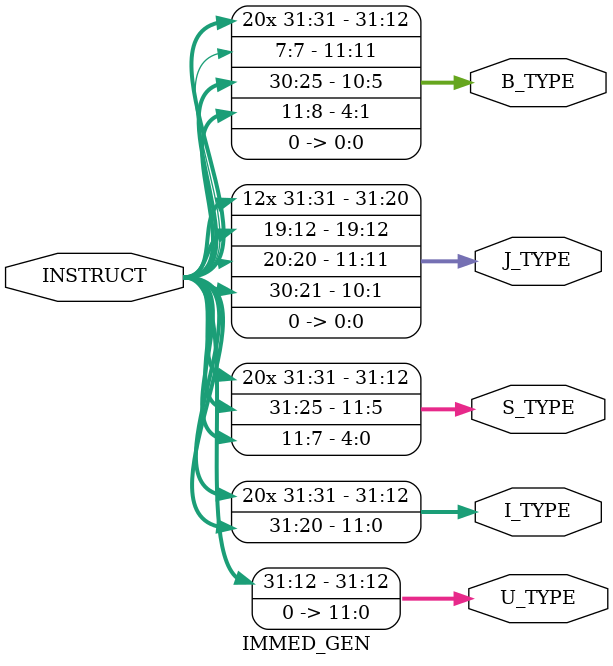
<source format=sv>
`timescale 1ns / 1ps


module IMMED_GEN(
    input [31:0] INSTRUCT,
    output reg [31:0] U_TYPE, I_TYPE, S_TYPE, J_TYPE, B_TYPE
    );
    
    // cut IMM values from INSTRUCT
    always_comb begin
        J_TYPE = {{12{INSTRUCT[31]}}, INSTRUCT[19:12], INSTRUCT[20], INSTRUCT[30:21], 1'b0};
        B_TYPE = {{20{INSTRUCT[31]}}, INSTRUCT[7], INSTRUCT[30:25], INSTRUCT[11:8], 1'b0};
        U_TYPE = {INSTRUCT[31:12], 12'b0};
        S_TYPE = {{21{INSTRUCT[31]}}, INSTRUCT[30:25], INSTRUCT[11:7]};
        I_TYPE = {{21{INSTRUCT[31]}}, INSTRUCT[30:25], INSTRUCT[24:20]};
    end
    
endmodule

</source>
